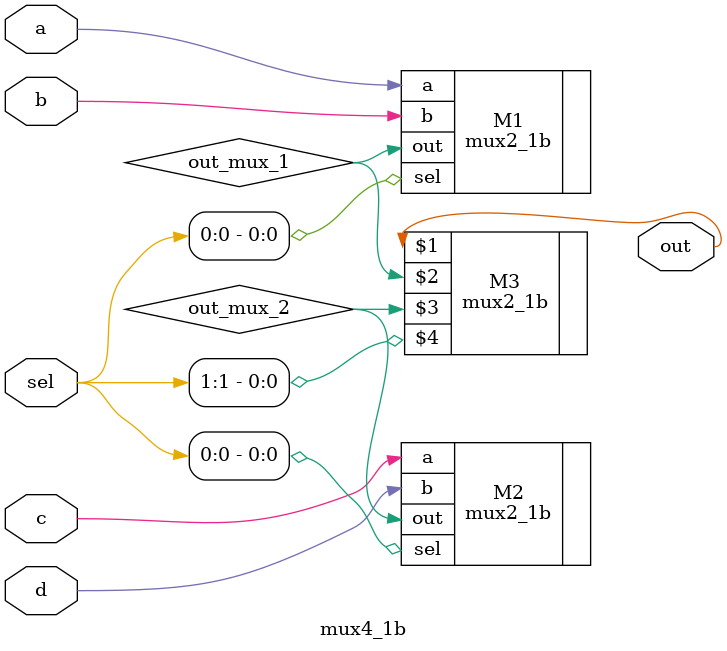
<source format=v>
module mux4_1b(out, a, b, c, d, sel);
    output out;
    input a,b,c,d;
    input [1:0] sel;
//    mux(out, a, b, sel)

	wire out_mux_1, out_mux_2;
    mux2_1b M1 (.a(a), .out(out_mux_1), .b(b), .sel(sel[0]));

    mux2_1b M2 (.out(out_mux_2),
            .a(c),
            .b(d),
            .sel(sel[0])
    );
    mux2_1b M3 (out, out_mux_1, out_mux_2, sel[1]);
endmodule
</source>
